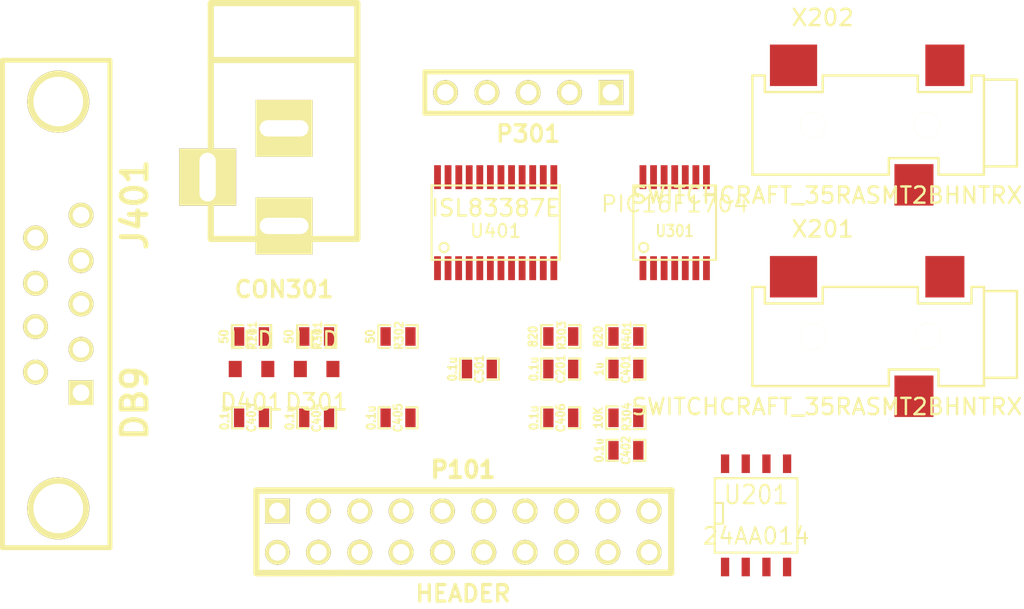
<source format=kicad_pcb>
(kicad_pcb (version 3) (host pcbnew "(2013-07-07 BZR 4022)-stable")

  (general
    (links 66)
    (no_connects 66)
    (area 0 0 0 0)
    (thickness 1.6)
    (drawings 0)
    (tracks 0)
    (zones 0)
    (modules 25)
    (nets 36)
  )

  (page A3)
  (layers
    (15 F.Cu signal)
    (0 B.Cu signal)
    (16 B.Adhes user)
    (17 F.Adhes user)
    (18 B.Paste user)
    (19 F.Paste user)
    (20 B.SilkS user)
    (21 F.SilkS user)
    (22 B.Mask user)
    (23 F.Mask user)
    (24 Dwgs.User user)
    (25 Cmts.User user)
    (26 Eco1.User user)
    (27 Eco2.User user)
    (28 Edge.Cuts user)
  )

  (setup
    (last_trace_width 0.254)
    (trace_clearance 0.254)
    (zone_clearance 0.508)
    (zone_45_only no)
    (trace_min 0.254)
    (segment_width 0.2)
    (edge_width 0.1)
    (via_size 0.889)
    (via_drill 0.635)
    (via_min_size 0.889)
    (via_min_drill 0.508)
    (uvia_size 0.508)
    (uvia_drill 0.127)
    (uvias_allowed no)
    (uvia_min_size 0.508)
    (uvia_min_drill 0.127)
    (pcb_text_width 0.3)
    (pcb_text_size 1.5 1.5)
    (mod_edge_width 0.15)
    (mod_text_size 1 1)
    (mod_text_width 0.15)
    (pad_size 1.5 1.5)
    (pad_drill 0.6)
    (pad_to_mask_clearance 0)
    (aux_axis_origin 0 0)
    (visible_elements FFFFFFBF)
    (pcbplotparams
      (layerselection 3178497)
      (usegerberextensions true)
      (excludeedgelayer true)
      (linewidth 0.150000)
      (plotframeref false)
      (viasonmask false)
      (mode 1)
      (useauxorigin false)
      (hpglpennumber 1)
      (hpglpenspeed 20)
      (hpglpendiameter 15)
      (hpglpenoverlay 2)
      (psnegative false)
      (psa4output false)
      (plotreference true)
      (plotvalue true)
      (plotothertext true)
      (plotinvisibletext false)
      (padsonsilk false)
      (subtractmaskfromsilk false)
      (outputformat 1)
      (mirror false)
      (drillshape 1)
      (scaleselection 1)
      (outputdirectory ""))
  )

  (net 0 "")
  (net 1 "/IR standalone/../_common/PIC-GPIO8.sch/GPIO0")
  (net 2 "/IR standalone/../_common/PIC-GPIO8.sch/GPIO1")
  (net 3 "/IR standalone/../_common/PIC-GPIO8.sch/GPIO3")
  (net 4 "/IR standalone/../_common/PIC-GPIO8.sch/GPIO4")
  (net 5 "/IR standalone/A0")
  (net 6 "/IR standalone/A1")
  (net 7 "/IR standalone/A2")
  (net 8 "/IR standalone/GND")
  (net 9 "/IR standalone/GND_ISO")
  (net 10 "/IR standalone/RS232 adapter block/A_CTS")
  (net 11 "/IR standalone/RS232 adapter block/A_DSR")
  (net 12 "/IR standalone/RS232 adapter block/A_DTR")
  (net 13 "/IR standalone/RS232 adapter block/A_RTS")
  (net 14 "/IR standalone/RS232 adapter block/A_RX")
  (net 15 "/IR standalone/RS232 adapter block/A_TX")
  (net 16 "/IR standalone/RX_ISO")
  (net 17 "/IR standalone/SCL")
  (net 18 "/IR standalone/SDA")
  (net 19 "/IR standalone/TX_ISO")
  (net 20 "/IR standalone/VCC_3V3")
  (net 21 "/IR standalone/VCC_5V_ISO")
  (net 22 N-0000033)
  (net 23 N-0000034)
  (net 24 N-0000035)
  (net 25 N-0000036)
  (net 26 N-0000037)
  (net 27 N-0000038)
  (net 28 N-0000039)
  (net 29 N-0000040)
  (net 30 N-0000041)
  (net 31 N-0000042)
  (net 32 N-0000045)
  (net 33 N-0000046)
  (net 34 N-0000047)
  (net 35 N-0000055)

  (net_class Default "This is the default net class."
    (clearance 0.254)
    (trace_width 0.254)
    (via_dia 0.889)
    (via_drill 0.635)
    (uvia_dia 0.508)
    (uvia_drill 0.127)
    (add_net "")
    (add_net "/IR standalone/../_common/PIC-GPIO8.sch/GPIO0")
    (add_net "/IR standalone/../_common/PIC-GPIO8.sch/GPIO1")
    (add_net "/IR standalone/../_common/PIC-GPIO8.sch/GPIO3")
    (add_net "/IR standalone/../_common/PIC-GPIO8.sch/GPIO4")
    (add_net "/IR standalone/A0")
    (add_net "/IR standalone/A1")
    (add_net "/IR standalone/A2")
    (add_net "/IR standalone/GND")
    (add_net "/IR standalone/GND_ISO")
    (add_net "/IR standalone/RS232 adapter block/A_CTS")
    (add_net "/IR standalone/RS232 adapter block/A_DSR")
    (add_net "/IR standalone/RS232 adapter block/A_DTR")
    (add_net "/IR standalone/RS232 adapter block/A_RTS")
    (add_net "/IR standalone/RS232 adapter block/A_RX")
    (add_net "/IR standalone/RS232 adapter block/A_TX")
    (add_net "/IR standalone/RX_ISO")
    (add_net "/IR standalone/SCL")
    (add_net "/IR standalone/SDA")
    (add_net "/IR standalone/TX_ISO")
    (add_net "/IR standalone/VCC_3V3")
    (add_net "/IR standalone/VCC_5V_ISO")
    (add_net N-0000033)
    (add_net N-0000034)
    (add_net N-0000035)
    (add_net N-0000036)
    (add_net N-0000037)
    (add_net N-0000038)
    (add_net N-0000039)
    (add_net N-0000040)
    (add_net N-0000041)
    (add_net N-0000042)
    (add_net N-0000045)
    (add_net N-0000046)
    (add_net N-0000047)
    (add_net N-0000055)
  )

  (module Vishay_SMD_MiniLED (layer F.Cu) (tedit 53B4DF2C) (tstamp 53B7A198)
    (at 192 169)
    (path /53AB69CE/53B2633B/53B1042C)
    (fp_text reference D401 (at 0 2.032) (layer F.SilkS)
      (effects (font (size 1 1) (thickness 0.15)))
    )
    (fp_text value LED (at 0 -1.778) (layer F.SilkS)
      (effects (font (size 1 1) (thickness 0.15)))
    )
    (pad 1 smd rect (at -1 0) (size 0.8 1)
      (layers F.Cu F.Paste F.Mask)
      (net 28 N-0000039)
    )
    (pad 2 smd rect (at 1 0) (size 0.8 1)
      (layers F.Cu F.Paste F.Mask)
      (net 9 "/IR standalone/GND_ISO")
    )
  )

  (module Vishay_SMD_MiniLED (layer F.Cu) (tedit 53B4DF2C) (tstamp 53B7A19E)
    (at 196 169)
    (path /53AB69CE/53AC80BA/53AC8203)
    (fp_text reference D301 (at 0 2.032) (layer F.SilkS)
      (effects (font (size 1 1) (thickness 0.15)))
    )
    (fp_text value LED (at 0 -1.778) (layer F.SilkS)
      (effects (font (size 1 1) (thickness 0.15)))
    )
    (pad 1 smd rect (at -1 0) (size 0.8 1)
      (layers F.Cu F.Paste F.Mask)
      (net 27 N-0000038)
    )
    (pad 2 smd rect (at 1 0) (size 0.8 1)
      (layers F.Cu F.Paste F.Mask)
      (net 26 N-0000037)
    )
  )

  (module tssop-24 (layer F.Cu) (tedit 50BDFAA3) (tstamp 53B7A1BF)
    (at 207 160)
    (descr TSSOP-24)
    (path /53AB69CE/53B2633B/53B10425)
    (attr smd)
    (fp_text reference U401 (at 0 0.508) (layer F.SilkS)
      (effects (font (size 0.8001 0.8001) (thickness 0.11938)))
    )
    (fp_text value ISL83387E (at 0 -0.89916) (layer F.SilkS)
      (effects (font (size 1.00076 1.00076) (thickness 0.14986)))
    )
    (fp_line (start 3.937 -2.286) (end -3.937 -2.286) (layer F.SilkS) (width 0.127))
    (fp_line (start -3.937 -2.286) (end -3.937 2.286) (layer F.SilkS) (width 0.127))
    (fp_line (start -3.937 2.286) (end 3.937 2.286) (layer F.SilkS) (width 0.127))
    (fp_line (start 3.937 2.286) (end 3.937 -2.286) (layer F.SilkS) (width 0.127))
    (fp_circle (center -3.175 1.524) (end -3.302 1.778) (layer F.SilkS) (width 0.127))
    (pad 6 smd rect (at -0.32512 2.79908) (size 0.4191 1.47066)
      (layers F.Cu F.Paste F.Mask)
      (net 31 N-0000042)
    )
    (pad 7 smd rect (at 0.32512 2.79908) (size 0.4191 1.47066)
      (layers F.Cu F.Paste F.Mask)
      (net 16 "/IR standalone/RX_ISO")
    )
    (pad 8 smd rect (at 0.97536 2.79908) (size 0.4191 1.47066)
      (layers F.Cu F.Paste F.Mask)
    )
    (pad 9 smd rect (at 1.6256 2.79908) (size 0.4191 1.47066)
      (layers F.Cu F.Paste F.Mask)
      (net 29 N-0000040)
    )
    (pad 22 smd rect (at -2.26568 -2.794) (size 0.4191 1.47066)
      (layers F.Cu F.Paste F.Mask)
      (net 9 "/IR standalone/GND_ISO")
    )
    (pad 3 smd rect (at -2.27584 2.79908) (size 0.4191 1.47066)
      (layers F.Cu F.Paste F.Mask)
      (net 33 N-0000046)
    )
    (pad 4 smd rect (at -1.6256 2.79908) (size 0.4191 1.47066)
      (layers F.Cu F.Paste F.Mask)
      (net 34 N-0000047)
    )
    (pad 5 smd rect (at -0.97536 2.79908) (size 0.4191 1.47066)
      (layers F.Cu F.Paste F.Mask)
      (net 30 N-0000041)
    )
    (pad 15 smd rect (at 2.27584 -2.79908) (size 0.4191 1.47066)
      (layers F.Cu F.Paste F.Mask)
      (net 21 "/IR standalone/VCC_5V_ISO")
    )
    (pad 16 smd rect (at 1.6256 -2.79908) (size 0.4191 1.47066)
      (layers F.Cu F.Paste F.Mask)
      (net 12 "/IR standalone/RS232 adapter block/A_DTR")
    )
    (pad 17 smd rect (at 0.97536 -2.79908) (size 0.4191 1.47066)
      (layers F.Cu F.Paste F.Mask)
      (net 13 "/IR standalone/RS232 adapter block/A_RTS")
    )
    (pad 18 smd rect (at 0.32512 -2.79908) (size 0.4191 1.47066)
      (layers F.Cu F.Paste F.Mask)
      (net 15 "/IR standalone/RS232 adapter block/A_TX")
    )
    (pad 19 smd rect (at -0.32512 -2.79908) (size 0.4191 1.47066)
      (layers F.Cu F.Paste F.Mask)
      (net 11 "/IR standalone/RS232 adapter block/A_DSR")
    )
    (pad 20 smd rect (at -0.97536 -2.79908) (size 0.4191 1.47066)
      (layers F.Cu F.Paste F.Mask)
      (net 10 "/IR standalone/RS232 adapter block/A_CTS")
    )
    (pad 10 smd rect (at 2.27584 2.79908) (size 0.4191 1.47066)
      (layers F.Cu F.Paste F.Mask)
    )
    (pad 21 smd rect (at -1.6256 -2.794) (size 0.4191 1.47066)
      (layers F.Cu F.Paste F.Mask)
      (net 14 "/IR standalone/RS232 adapter block/A_RX")
    )
    (pad 2 smd rect (at -2.92608 2.79908) (size 0.4191 1.47066)
      (layers F.Cu F.Paste F.Mask)
      (net 35 N-0000055)
    )
    (pad 11 smd rect (at 2.92608 2.79908) (size 0.4191 1.47066)
      (layers F.Cu F.Paste F.Mask)
      (net 9 "/IR standalone/GND_ISO")
    )
    (pad 14 smd rect (at 2.92608 -2.79908) (size 0.4191 1.47066)
      (layers F.Cu F.Paste F.Mask)
      (net 19 "/IR standalone/TX_ISO")
    )
    (pad 23 smd rect (at -2.92608 -2.79908) (size 0.4191 1.47066)
      (layers F.Cu F.Paste F.Mask)
      (net 21 "/IR standalone/VCC_5V_ISO")
    )
    (pad 1 smd rect (at -3.57378 2.79908) (size 0.4191 1.47066)
      (layers F.Cu F.Paste F.Mask)
      (net 32 N-0000045)
    )
    (pad 12 smd rect (at 3.57378 2.79908) (size 0.4191 1.47066)
      (layers F.Cu F.Paste F.Mask)
    )
    (pad 13 smd rect (at 3.57378 -2.79908) (size 0.4191 1.47066)
      (layers F.Cu F.Paste F.Mask)
    )
    (pad 24 smd rect (at -3.57378 -2.79908) (size 0.4191 1.47066)
      (layers F.Cu F.Paste F.Mask)
      (net 21 "/IR standalone/VCC_5V_ISO")
    )
    (model smd/smd_dil/tssop-24.wrl
      (at (xyz 0 0 0))
      (scale (xyz 1 1 1))
      (rotate (xyz 0 0 0))
    )
  )

  (module tssop-14 (layer F.Cu) (tedit 50BDFA14) (tstamp 53B7A1D6)
    (at 218 160)
    (descr TSSOP-14)
    (path /53AB69CE/53AC80BA/53B2DDFC)
    (attr smd)
    (fp_text reference U301 (at 0 0.508) (layer F.SilkS)
      (effects (font (size 0.70104 0.59944) (thickness 0.11938)))
    )
    (fp_text value PIC16F1704 (at 0 -1.143) (layer F.SilkS)
      (effects (font (size 1.00076 1.00076) (thickness 0.11938)))
    )
    (fp_circle (center -1.905 1.524) (end -2.032 1.778) (layer F.SilkS) (width 0.127))
    (fp_line (start 2.54 -2.286) (end -2.54 -2.286) (layer F.SilkS) (width 0.127))
    (fp_line (start -2.54 -2.286) (end -2.54 2.286) (layer F.SilkS) (width 0.127))
    (fp_line (start -2.54 2.286) (end 2.54 2.286) (layer F.SilkS) (width 0.127))
    (fp_line (start 2.54 2.286) (end 2.54 -2.286) (layer F.SilkS) (width 0.127))
    (pad 4 smd rect (at 0 2.79908) (size 0.4191 1.47066)
      (layers F.Cu F.Paste F.Mask)
      (net 23 N-0000034)
    )
    (pad 5 smd rect (at 0.65024 2.79908) (size 0.4191 1.47066)
      (layers F.Cu F.Paste F.Mask)
      (net 27 N-0000038)
    )
    (pad 6 smd rect (at 1.30048 2.79908) (size 0.4191 1.47066)
      (layers F.Cu F.Paste F.Mask)
    )
    (pad 7 smd rect (at 1.95072 2.79908) (size 0.4191 1.47066)
      (layers F.Cu F.Paste F.Mask)
    )
    (pad 8 smd rect (at 1.95072 -2.79908) (size 0.4191 1.47066)
      (layers F.Cu F.Paste F.Mask)
    )
    (pad 1 smd rect (at -1.95072 2.79908) (size 0.4191 1.47066)
      (layers F.Cu F.Paste F.Mask)
      (net 21 "/IR standalone/VCC_5V_ISO")
    )
    (pad 2 smd rect (at -1.30048 2.79908) (size 0.4191 1.47066)
      (layers F.Cu F.Paste F.Mask)
      (net 4 "/IR standalone/../_common/PIC-GPIO8.sch/GPIO4")
    )
    (pad 3 smd rect (at -0.65024 2.79908) (size 0.4191 1.47066)
      (layers F.Cu F.Paste F.Mask)
      (net 3 "/IR standalone/../_common/PIC-GPIO8.sch/GPIO3")
    )
    (pad 9 smd rect (at 1.30048 -2.79908) (size 0.4191 1.47066)
      (layers F.Cu F.Paste F.Mask)
      (net 24 N-0000035)
    )
    (pad 10 smd rect (at 0.65024 -2.79908) (size 0.4191 1.47066)
      (layers F.Cu F.Paste F.Mask)
      (net 25 N-0000036)
    )
    (pad 11 smd rect (at 0 -2.79908) (size 0.4191 1.47066)
      (layers F.Cu F.Paste F.Mask)
    )
    (pad 12 smd rect (at -0.65024 -2.79908) (size 0.4191 1.47066)
      (layers F.Cu F.Paste F.Mask)
      (net 2 "/IR standalone/../_common/PIC-GPIO8.sch/GPIO1")
    )
    (pad 13 smd rect (at -1.30048 -2.79908) (size 0.4191 1.47066)
      (layers F.Cu F.Paste F.Mask)
      (net 1 "/IR standalone/../_common/PIC-GPIO8.sch/GPIO0")
    )
    (pad 14 smd rect (at -1.95072 -2.79908) (size 0.4191 1.47066)
      (layers F.Cu F.Paste F.Mask)
      (net 9 "/IR standalone/GND_ISO")
    )
    (model smd/smd_dil/tssop-14.wrl
      (at (xyz 0 0 0))
      (scale (xyz 1 1 1))
      (rotate (xyz 0 0 0))
    )
  )

  (module "Switchcraft 35RASMT2BHNTRX" (layer F.Cu) (tedit 53B79D9D) (tstamp 53B7A1F4)
    (at 237 167 180)
    (path /53AB69CE/53B7A15D)
    (fp_text reference X201 (at 9.906 6.604 180) (layer F.SilkS)
      (effects (font (size 1 1) (thickness 0.15)))
    )
    (fp_text value SWITCHCRAFT_35RASMT2BHNTRX (at 9.652 -4.318 180) (layer F.SilkS)
      (effects (font (size 1 1) (thickness 0.15)))
    )
    (fp_line (start 0 -2.54) (end -2.032 -2.54) (layer F.SilkS) (width 0.15))
    (fp_line (start -2.032 -2.54) (end -2.032 2.794) (layer F.SilkS) (width 0.15))
    (fp_line (start -2.032 2.794) (end 0 2.794) (layer F.SilkS) (width 0.15))
    (fp_line (start 14.224 -3.048) (end 5.842 -3.048) (layer F.SilkS) (width 0.15))
    (fp_line (start 5.842 -3.048) (end 5.842 -2.032) (layer F.SilkS) (width 0.15))
    (fp_line (start 5.842 -2.032) (end 2.794 -2.032) (layer F.SilkS) (width 0.15))
    (fp_line (start 2.794 -2.032) (end 2.794 -3.048) (layer F.SilkS) (width 0.15))
    (fp_line (start 2.794 -3.048) (end 0 -3.048) (layer F.SilkS) (width 0.15))
    (fp_line (start 0 -3.048) (end 0 3.048) (layer F.SilkS) (width 0.15))
    (fp_line (start 0 3.048) (end 0.762 3.048) (layer F.SilkS) (width 0.15))
    (fp_line (start 0.762 3.048) (end 0.762 2.286) (layer F.SilkS) (width 0.15))
    (fp_line (start 0.762 2.286) (end 0.762 2.032) (layer F.SilkS) (width 0.15))
    (fp_line (start 0.762 2.032) (end 4.064 2.032) (layer F.SilkS) (width 0.15))
    (fp_line (start 4.064 2.032) (end 4.064 3.048) (layer F.SilkS) (width 0.15))
    (fp_line (start 4.064 3.048) (end 9.906 3.048) (layer F.SilkS) (width 0.15))
    (fp_line (start 9.906 3.048) (end 9.906 2.032) (layer F.SilkS) (width 0.15))
    (fp_line (start 9.906 2.032) (end 13.462 2.032) (layer F.SilkS) (width 0.15))
    (fp_line (start 13.462 2.032) (end 13.462 3.048) (layer F.SilkS) (width 0.15))
    (fp_line (start 13.462 3.048) (end 14.224 3.048) (layer F.SilkS) (width 0.15))
    (fp_line (start 14.224 3.048) (end 14.224 2.794) (layer F.SilkS) (width 0.15))
    (fp_line (start 14.224 -3.048) (end 14.224 2.794) (layer F.SilkS) (width 0.15))
    (pad 5 smd rect (at 2.4 3.675 180) (size 2.4 2.55)
      (layers F.Cu F.Paste F.Mask)
      (net 9 "/IR standalone/GND_ISO")
    )
    (pad 1 smd rect (at 4.3 -3.675 180) (size 2.4 2.55)
      (layers F.Cu F.Paste F.Mask)
      (net 3 "/IR standalone/../_common/PIC-GPIO8.sch/GPIO3")
    )
    (pad "" np_thru_hole circle (at 3.5 0 180) (size 1.6 1.6) (drill 1.6)
      (layers *.Cu *.Mask F.SilkS)
    )
    (pad "" np_thru_hole circle (at 10.5 0 180) (size 1.6 1.6) (drill 1.6)
      (layers *.Cu *.Mask F.SilkS)
    )
    (pad 4 smd rect (at 11.7 3.675 180) (size 2.9 2.55)
      (layers F.Cu F.Paste F.Mask)
      (net 21 "/IR standalone/VCC_5V_ISO")
    )
  )

  (module "Switchcraft 35RASMT2BHNTRX" (layer F.Cu) (tedit 53B79D9D) (tstamp 53B7A212)
    (at 237 154 180)
    (path /53AB69CE/53B7A5CA)
    (fp_text reference X202 (at 9.906 6.604 180) (layer F.SilkS)
      (effects (font (size 1 1) (thickness 0.15)))
    )
    (fp_text value SWITCHCRAFT_35RASMT2BHNTRX (at 9.652 -4.318 180) (layer F.SilkS)
      (effects (font (size 1 1) (thickness 0.15)))
    )
    (fp_line (start 0 -2.54) (end -2.032 -2.54) (layer F.SilkS) (width 0.15))
    (fp_line (start -2.032 -2.54) (end -2.032 2.794) (layer F.SilkS) (width 0.15))
    (fp_line (start -2.032 2.794) (end 0 2.794) (layer F.SilkS) (width 0.15))
    (fp_line (start 14.224 -3.048) (end 5.842 -3.048) (layer F.SilkS) (width 0.15))
    (fp_line (start 5.842 -3.048) (end 5.842 -2.032) (layer F.SilkS) (width 0.15))
    (fp_line (start 5.842 -2.032) (end 2.794 -2.032) (layer F.SilkS) (width 0.15))
    (fp_line (start 2.794 -2.032) (end 2.794 -3.048) (layer F.SilkS) (width 0.15))
    (fp_line (start 2.794 -3.048) (end 0 -3.048) (layer F.SilkS) (width 0.15))
    (fp_line (start 0 -3.048) (end 0 3.048) (layer F.SilkS) (width 0.15))
    (fp_line (start 0 3.048) (end 0.762 3.048) (layer F.SilkS) (width 0.15))
    (fp_line (start 0.762 3.048) (end 0.762 2.286) (layer F.SilkS) (width 0.15))
    (fp_line (start 0.762 2.286) (end 0.762 2.032) (layer F.SilkS) (width 0.15))
    (fp_line (start 0.762 2.032) (end 4.064 2.032) (layer F.SilkS) (width 0.15))
    (fp_line (start 4.064 2.032) (end 4.064 3.048) (layer F.SilkS) (width 0.15))
    (fp_line (start 4.064 3.048) (end 9.906 3.048) (layer F.SilkS) (width 0.15))
    (fp_line (start 9.906 3.048) (end 9.906 2.032) (layer F.SilkS) (width 0.15))
    (fp_line (start 9.906 2.032) (end 13.462 2.032) (layer F.SilkS) (width 0.15))
    (fp_line (start 13.462 2.032) (end 13.462 3.048) (layer F.SilkS) (width 0.15))
    (fp_line (start 13.462 3.048) (end 14.224 3.048) (layer F.SilkS) (width 0.15))
    (fp_line (start 14.224 3.048) (end 14.224 2.794) (layer F.SilkS) (width 0.15))
    (fp_line (start 14.224 -3.048) (end 14.224 2.794) (layer F.SilkS) (width 0.15))
    (pad 5 smd rect (at 2.4 3.675 180) (size 2.4 2.55)
      (layers F.Cu F.Paste F.Mask)
      (net 9 "/IR standalone/GND_ISO")
    )
    (pad 1 smd rect (at 4.3 -3.675 180) (size 2.4 2.55)
      (layers F.Cu F.Paste F.Mask)
      (net 4 "/IR standalone/../_common/PIC-GPIO8.sch/GPIO4")
    )
    (pad "" np_thru_hole circle (at 3.5 0 180) (size 1.6 1.6) (drill 1.6)
      (layers *.Cu *.Mask F.SilkS)
    )
    (pad "" np_thru_hole circle (at 10.5 0 180) (size 1.6 1.6) (drill 1.6)
      (layers *.Cu *.Mask F.SilkS)
    )
    (pad 4 smd rect (at 11.7 3.675 180) (size 2.9 2.55)
      (layers F.Cu F.Paste F.Mask)
    )
  )

  (module SO8N (layer F.Cu) (tedit 45127296) (tstamp 53B7A225)
    (at 223 178)
    (descr "Module CMS SOJ 8 pins large")
    (tags "CMS SOJ")
    (path /53AB69CE/53ABBAB7)
    (attr smd)
    (fp_text reference U201 (at 0 -1.27) (layer F.SilkS)
      (effects (font (size 1.143 1.016) (thickness 0.127)))
    )
    (fp_text value 24AA014 (at 0 1.27) (layer F.SilkS)
      (effects (font (size 1.016 1.016) (thickness 0.127)))
    )
    (fp_line (start -2.54 -2.286) (end 2.54 -2.286) (layer F.SilkS) (width 0.127))
    (fp_line (start 2.54 -2.286) (end 2.54 2.286) (layer F.SilkS) (width 0.127))
    (fp_line (start 2.54 2.286) (end -2.54 2.286) (layer F.SilkS) (width 0.127))
    (fp_line (start -2.54 2.286) (end -2.54 -2.286) (layer F.SilkS) (width 0.127))
    (fp_line (start -2.54 -0.762) (end -2.032 -0.762) (layer F.SilkS) (width 0.127))
    (fp_line (start -2.032 -0.762) (end -2.032 0.508) (layer F.SilkS) (width 0.127))
    (fp_line (start -2.032 0.508) (end -2.54 0.508) (layer F.SilkS) (width 0.127))
    (pad 8 smd rect (at -1.905 -3.175) (size 0.508 1.143)
      (layers F.Cu F.Paste F.Mask)
      (net 22 N-0000033)
    )
    (pad 7 smd rect (at -0.635 -3.175) (size 0.508 1.143)
      (layers F.Cu F.Paste F.Mask)
      (net 8 "/IR standalone/GND")
    )
    (pad 6 smd rect (at 0.635 -3.175) (size 0.508 1.143)
      (layers F.Cu F.Paste F.Mask)
      (net 17 "/IR standalone/SCL")
    )
    (pad 5 smd rect (at 1.905 -3.175) (size 0.508 1.143)
      (layers F.Cu F.Paste F.Mask)
      (net 18 "/IR standalone/SDA")
    )
    (pad 4 smd rect (at 1.905 3.175) (size 0.508 1.143)
      (layers F.Cu F.Paste F.Mask)
      (net 8 "/IR standalone/GND")
    )
    (pad 3 smd rect (at 0.635 3.175) (size 0.508 1.143)
      (layers F.Cu F.Paste F.Mask)
      (net 7 "/IR standalone/A2")
    )
    (pad 2 smd rect (at -0.635 3.175) (size 0.508 1.143)
      (layers F.Cu F.Paste F.Mask)
      (net 6 "/IR standalone/A1")
    )
    (pad 1 smd rect (at -1.905 3.175) (size 0.508 1.143)
      (layers F.Cu F.Paste F.Mask)
      (net 5 "/IR standalone/A0")
    )
    (model smd/cms_so8.wrl
      (at (xyz 0 0 0))
      (scale (xyz 0.5 0.38 0.5))
      (rotate (xyz 0 0 0))
    )
  )

  (module SM0603_Resistor (layer F.Cu) (tedit 5051B21B) (tstamp 53B7A231)
    (at 215 172)
    (path /53AB69CE/53AC80BA/53B30D58)
    (attr smd)
    (fp_text reference R304 (at 0.0635 -0.0635 90) (layer F.SilkS)
      (effects (font (size 0.50038 0.4572) (thickness 0.1143)))
    )
    (fp_text value 10K (at -1.69926 0 90) (layer F.SilkS)
      (effects (font (size 0.508 0.4572) (thickness 0.1143)))
    )
    (fp_line (start -0.50038 -0.6985) (end -1.2065 -0.6985) (layer F.SilkS) (width 0.127))
    (fp_line (start -1.2065 -0.6985) (end -1.2065 0.6985) (layer F.SilkS) (width 0.127))
    (fp_line (start -1.2065 0.6985) (end -0.50038 0.6985) (layer F.SilkS) (width 0.127))
    (fp_line (start 1.2065 -0.6985) (end 0.50038 -0.6985) (layer F.SilkS) (width 0.127))
    (fp_line (start 1.2065 -0.6985) (end 1.2065 0.6985) (layer F.SilkS) (width 0.127))
    (fp_line (start 1.2065 0.6985) (end 0.50038 0.6985) (layer F.SilkS) (width 0.127))
    (pad 1 smd rect (at -0.762 0) (size 0.635 1.143)
      (layers F.Cu F.Paste F.Mask)
      (net 21 "/IR standalone/VCC_5V_ISO")
    )
    (pad 2 smd rect (at 0.762 0) (size 0.635 1.143)
      (layers F.Cu F.Paste F.Mask)
      (net 23 N-0000034)
    )
    (model smd\resistors\R0603.wrl
      (at (xyz 0 0 0.001))
      (scale (xyz 0.5 0.5 0.5))
      (rotate (xyz 0 0 0))
    )
  )

  (module SM0603_Resistor (layer F.Cu) (tedit 5051B21B) (tstamp 53B7A23D)
    (at 215 167)
    (path /53AB69CE/53B2633B/53B1042D)
    (attr smd)
    (fp_text reference R401 (at 0.0635 -0.0635 90) (layer F.SilkS)
      (effects (font (size 0.50038 0.4572) (thickness 0.1143)))
    )
    (fp_text value 820 (at -1.69926 0 90) (layer F.SilkS)
      (effects (font (size 0.508 0.4572) (thickness 0.1143)))
    )
    (fp_line (start -0.50038 -0.6985) (end -1.2065 -0.6985) (layer F.SilkS) (width 0.127))
    (fp_line (start -1.2065 -0.6985) (end -1.2065 0.6985) (layer F.SilkS) (width 0.127))
    (fp_line (start -1.2065 0.6985) (end -0.50038 0.6985) (layer F.SilkS) (width 0.127))
    (fp_line (start 1.2065 -0.6985) (end 0.50038 -0.6985) (layer F.SilkS) (width 0.127))
    (fp_line (start 1.2065 -0.6985) (end 1.2065 0.6985) (layer F.SilkS) (width 0.127))
    (fp_line (start 1.2065 0.6985) (end 0.50038 0.6985) (layer F.SilkS) (width 0.127))
    (pad 1 smd rect (at -0.762 0) (size 0.635 1.143)
      (layers F.Cu F.Paste F.Mask)
      (net 28 N-0000039)
    )
    (pad 2 smd rect (at 0.762 0) (size 0.635 1.143)
      (layers F.Cu F.Paste F.Mask)
      (net 29 N-0000040)
    )
    (model smd\resistors\R0603.wrl
      (at (xyz 0 0 0.001))
      (scale (xyz 0.5 0.5 0.5))
      (rotate (xyz 0 0 0))
    )
  )

  (module SM0603_Resistor (layer F.Cu) (tedit 5051B21B) (tstamp 53B7A249)
    (at 211 167)
    (path /53AB69CE/53AC80BA/53AC8226)
    (attr smd)
    (fp_text reference R303 (at 0.0635 -0.0635 90) (layer F.SilkS)
      (effects (font (size 0.50038 0.4572) (thickness 0.1143)))
    )
    (fp_text value 820 (at -1.69926 0 90) (layer F.SilkS)
      (effects (font (size 0.508 0.4572) (thickness 0.1143)))
    )
    (fp_line (start -0.50038 -0.6985) (end -1.2065 -0.6985) (layer F.SilkS) (width 0.127))
    (fp_line (start -1.2065 -0.6985) (end -1.2065 0.6985) (layer F.SilkS) (width 0.127))
    (fp_line (start -1.2065 0.6985) (end -0.50038 0.6985) (layer F.SilkS) (width 0.127))
    (fp_line (start 1.2065 -0.6985) (end 0.50038 -0.6985) (layer F.SilkS) (width 0.127))
    (fp_line (start 1.2065 -0.6985) (end 1.2065 0.6985) (layer F.SilkS) (width 0.127))
    (fp_line (start 1.2065 0.6985) (end 0.50038 0.6985) (layer F.SilkS) (width 0.127))
    (pad 1 smd rect (at -0.762 0) (size 0.635 1.143)
      (layers F.Cu F.Paste F.Mask)
      (net 26 N-0000037)
    )
    (pad 2 smd rect (at 0.762 0) (size 0.635 1.143)
      (layers F.Cu F.Paste F.Mask)
      (net 9 "/IR standalone/GND_ISO")
    )
    (model smd\resistors\R0603.wrl
      (at (xyz 0 0 0.001))
      (scale (xyz 0.5 0.5 0.5))
      (rotate (xyz 0 0 0))
    )
  )

  (module SM0603_Resistor (layer F.Cu) (tedit 5051B21B) (tstamp 53B7A255)
    (at 201 167)
    (path /53AB69CE/53AC80BA/53B308C2)
    (attr smd)
    (fp_text reference R302 (at 0.0635 -0.0635 90) (layer F.SilkS)
      (effects (font (size 0.50038 0.4572) (thickness 0.1143)))
    )
    (fp_text value 50 (at -1.69926 0 90) (layer F.SilkS)
      (effects (font (size 0.508 0.4572) (thickness 0.1143)))
    )
    (fp_line (start -0.50038 -0.6985) (end -1.2065 -0.6985) (layer F.SilkS) (width 0.127))
    (fp_line (start -1.2065 -0.6985) (end -1.2065 0.6985) (layer F.SilkS) (width 0.127))
    (fp_line (start -1.2065 0.6985) (end -0.50038 0.6985) (layer F.SilkS) (width 0.127))
    (fp_line (start 1.2065 -0.6985) (end 0.50038 -0.6985) (layer F.SilkS) (width 0.127))
    (fp_line (start 1.2065 -0.6985) (end 1.2065 0.6985) (layer F.SilkS) (width 0.127))
    (fp_line (start 1.2065 0.6985) (end 0.50038 0.6985) (layer F.SilkS) (width 0.127))
    (pad 1 smd rect (at -0.762 0) (size 0.635 1.143)
      (layers F.Cu F.Paste F.Mask)
      (net 24 N-0000035)
    )
    (pad 2 smd rect (at 0.762 0) (size 0.635 1.143)
      (layers F.Cu F.Paste F.Mask)
      (net 19 "/IR standalone/TX_ISO")
    )
    (model smd\resistors\R0603.wrl
      (at (xyz 0 0 0.001))
      (scale (xyz 0.5 0.5 0.5))
      (rotate (xyz 0 0 0))
    )
  )

  (module SM0603_Resistor (layer F.Cu) (tedit 5051B21B) (tstamp 53B7A261)
    (at 196 167)
    (path /53AB69CE/53AC80BA/53B30893)
    (attr smd)
    (fp_text reference R301 (at 0.0635 -0.0635 90) (layer F.SilkS)
      (effects (font (size 0.50038 0.4572) (thickness 0.1143)))
    )
    (fp_text value 50 (at -1.69926 0 90) (layer F.SilkS)
      (effects (font (size 0.508 0.4572) (thickness 0.1143)))
    )
    (fp_line (start -0.50038 -0.6985) (end -1.2065 -0.6985) (layer F.SilkS) (width 0.127))
    (fp_line (start -1.2065 -0.6985) (end -1.2065 0.6985) (layer F.SilkS) (width 0.127))
    (fp_line (start -1.2065 0.6985) (end -0.50038 0.6985) (layer F.SilkS) (width 0.127))
    (fp_line (start 1.2065 -0.6985) (end 0.50038 -0.6985) (layer F.SilkS) (width 0.127))
    (fp_line (start 1.2065 -0.6985) (end 1.2065 0.6985) (layer F.SilkS) (width 0.127))
    (fp_line (start 1.2065 0.6985) (end 0.50038 0.6985) (layer F.SilkS) (width 0.127))
    (pad 1 smd rect (at -0.762 0) (size 0.635 1.143)
      (layers F.Cu F.Paste F.Mask)
      (net 25 N-0000036)
    )
    (pad 2 smd rect (at 0.762 0) (size 0.635 1.143)
      (layers F.Cu F.Paste F.Mask)
      (net 16 "/IR standalone/RX_ISO")
    )
    (model smd\resistors\R0603.wrl
      (at (xyz 0 0 0.001))
      (scale (xyz 0.5 0.5 0.5))
      (rotate (xyz 0 0 0))
    )
  )

  (module SM0603_Resistor (layer F.Cu) (tedit 5051B21B) (tstamp 53B7A26D)
    (at 192 167)
    (path /53AB69CE/53ABAC25)
    (attr smd)
    (fp_text reference R201 (at 0.0635 -0.0635 90) (layer F.SilkS)
      (effects (font (size 0.50038 0.4572) (thickness 0.1143)))
    )
    (fp_text value 50 (at -1.69926 0 90) (layer F.SilkS)
      (effects (font (size 0.508 0.4572) (thickness 0.1143)))
    )
    (fp_line (start -0.50038 -0.6985) (end -1.2065 -0.6985) (layer F.SilkS) (width 0.127))
    (fp_line (start -1.2065 -0.6985) (end -1.2065 0.6985) (layer F.SilkS) (width 0.127))
    (fp_line (start -1.2065 0.6985) (end -0.50038 0.6985) (layer F.SilkS) (width 0.127))
    (fp_line (start 1.2065 -0.6985) (end 0.50038 -0.6985) (layer F.SilkS) (width 0.127))
    (fp_line (start 1.2065 -0.6985) (end 1.2065 0.6985) (layer F.SilkS) (width 0.127))
    (fp_line (start 1.2065 0.6985) (end 0.50038 0.6985) (layer F.SilkS) (width 0.127))
    (pad 1 smd rect (at -0.762 0) (size 0.635 1.143)
      (layers F.Cu F.Paste F.Mask)
      (net 20 "/IR standalone/VCC_3V3")
    )
    (pad 2 smd rect (at 0.762 0) (size 0.635 1.143)
      (layers F.Cu F.Paste F.Mask)
      (net 22 N-0000033)
    )
    (model smd\resistors\R0603.wrl
      (at (xyz 0 0 0.001))
      (scale (xyz 0.5 0.5 0.5))
      (rotate (xyz 0 0 0))
    )
  )

  (module SM0603_Capa (layer F.Cu) (tedit 5051B1EC) (tstamp 53B7A279)
    (at 206 169)
    (path /53AB69CE/53AC80BA/53B307C0)
    (attr smd)
    (fp_text reference C301 (at 0 0 90) (layer F.SilkS)
      (effects (font (size 0.508 0.4572) (thickness 0.1143)))
    )
    (fp_text value 0.1u (at -1.651 0 90) (layer F.SilkS)
      (effects (font (size 0.508 0.4572) (thickness 0.1143)))
    )
    (fp_line (start 0.50038 0.65024) (end 1.19888 0.65024) (layer F.SilkS) (width 0.11938))
    (fp_line (start -0.50038 0.65024) (end -1.19888 0.65024) (layer F.SilkS) (width 0.11938))
    (fp_line (start 0.50038 -0.65024) (end 1.19888 -0.65024) (layer F.SilkS) (width 0.11938))
    (fp_line (start -1.19888 -0.65024) (end -0.50038 -0.65024) (layer F.SilkS) (width 0.11938))
    (fp_line (start 1.19888 -0.635) (end 1.19888 0.635) (layer F.SilkS) (width 0.11938))
    (fp_line (start -1.19888 0.635) (end -1.19888 -0.635) (layer F.SilkS) (width 0.11938))
    (pad 1 smd rect (at -0.762 0) (size 0.635 1.143)
      (layers F.Cu F.Paste F.Mask)
      (net 21 "/IR standalone/VCC_5V_ISO")
    )
    (pad 2 smd rect (at 0.762 0) (size 0.635 1.143)
      (layers F.Cu F.Paste F.Mask)
      (net 9 "/IR standalone/GND_ISO")
    )
    (model smd\capacitors\C0603.wrl
      (at (xyz 0 0 0.001))
      (scale (xyz 0.5 0.5 0.5))
      (rotate (xyz 0 0 0))
    )
  )

  (module SM0603_Capa (layer F.Cu) (tedit 5051B1EC) (tstamp 53B7A285)
    (at 211 169)
    (path /53AB69CE/53B516EA)
    (attr smd)
    (fp_text reference C201 (at 0 0 90) (layer F.SilkS)
      (effects (font (size 0.508 0.4572) (thickness 0.1143)))
    )
    (fp_text value 0.1u (at -1.651 0 90) (layer F.SilkS)
      (effects (font (size 0.508 0.4572) (thickness 0.1143)))
    )
    (fp_line (start 0.50038 0.65024) (end 1.19888 0.65024) (layer F.SilkS) (width 0.11938))
    (fp_line (start -0.50038 0.65024) (end -1.19888 0.65024) (layer F.SilkS) (width 0.11938))
    (fp_line (start 0.50038 -0.65024) (end 1.19888 -0.65024) (layer F.SilkS) (width 0.11938))
    (fp_line (start -1.19888 -0.65024) (end -0.50038 -0.65024) (layer F.SilkS) (width 0.11938))
    (fp_line (start 1.19888 -0.635) (end 1.19888 0.635) (layer F.SilkS) (width 0.11938))
    (fp_line (start -1.19888 0.635) (end -1.19888 -0.635) (layer F.SilkS) (width 0.11938))
    (pad 1 smd rect (at -0.762 0) (size 0.635 1.143)
      (layers F.Cu F.Paste F.Mask)
      (net 8 "/IR standalone/GND")
    )
    (pad 2 smd rect (at 0.762 0) (size 0.635 1.143)
      (layers F.Cu F.Paste F.Mask)
      (net 22 N-0000033)
    )
    (model smd\capacitors\C0603.wrl
      (at (xyz 0 0 0.001))
      (scale (xyz 0.5 0.5 0.5))
      (rotate (xyz 0 0 0))
    )
  )

  (module SM0603_Capa (layer F.Cu) (tedit 5051B1EC) (tstamp 53B7A291)
    (at 215 169)
    (path /53AB69CE/53B2633B/53B10426)
    (attr smd)
    (fp_text reference C401 (at 0 0 90) (layer F.SilkS)
      (effects (font (size 0.508 0.4572) (thickness 0.1143)))
    )
    (fp_text value 1u (at -1.651 0 90) (layer F.SilkS)
      (effects (font (size 0.508 0.4572) (thickness 0.1143)))
    )
    (fp_line (start 0.50038 0.65024) (end 1.19888 0.65024) (layer F.SilkS) (width 0.11938))
    (fp_line (start -0.50038 0.65024) (end -1.19888 0.65024) (layer F.SilkS) (width 0.11938))
    (fp_line (start 0.50038 -0.65024) (end 1.19888 -0.65024) (layer F.SilkS) (width 0.11938))
    (fp_line (start -1.19888 -0.65024) (end -0.50038 -0.65024) (layer F.SilkS) (width 0.11938))
    (fp_line (start 1.19888 -0.635) (end 1.19888 0.635) (layer F.SilkS) (width 0.11938))
    (fp_line (start -1.19888 0.635) (end -1.19888 -0.635) (layer F.SilkS) (width 0.11938))
    (pad 1 smd rect (at -0.762 0) (size 0.635 1.143)
      (layers F.Cu F.Paste F.Mask)
      (net 21 "/IR standalone/VCC_5V_ISO")
    )
    (pad 2 smd rect (at 0.762 0) (size 0.635 1.143)
      (layers F.Cu F.Paste F.Mask)
      (net 9 "/IR standalone/GND_ISO")
    )
    (model smd\capacitors\C0603.wrl
      (at (xyz 0 0 0.001))
      (scale (xyz 0.5 0.5 0.5))
      (rotate (xyz 0 0 0))
    )
  )

  (module SM0603_Capa (layer F.Cu) (tedit 5051B1EC) (tstamp 53B7A29D)
    (at 215 174)
    (path /53AB69CE/53B2633B/53B10427)
    (attr smd)
    (fp_text reference C402 (at 0 0 90) (layer F.SilkS)
      (effects (font (size 0.508 0.4572) (thickness 0.1143)))
    )
    (fp_text value 0.1u (at -1.651 0 90) (layer F.SilkS)
      (effects (font (size 0.508 0.4572) (thickness 0.1143)))
    )
    (fp_line (start 0.50038 0.65024) (end 1.19888 0.65024) (layer F.SilkS) (width 0.11938))
    (fp_line (start -0.50038 0.65024) (end -1.19888 0.65024) (layer F.SilkS) (width 0.11938))
    (fp_line (start 0.50038 -0.65024) (end 1.19888 -0.65024) (layer F.SilkS) (width 0.11938))
    (fp_line (start -1.19888 -0.65024) (end -0.50038 -0.65024) (layer F.SilkS) (width 0.11938))
    (fp_line (start 1.19888 -0.635) (end 1.19888 0.635) (layer F.SilkS) (width 0.11938))
    (fp_line (start -1.19888 0.635) (end -1.19888 -0.635) (layer F.SilkS) (width 0.11938))
    (pad 1 smd rect (at -0.762 0) (size 0.635 1.143)
      (layers F.Cu F.Paste F.Mask)
      (net 21 "/IR standalone/VCC_5V_ISO")
    )
    (pad 2 smd rect (at 0.762 0) (size 0.635 1.143)
      (layers F.Cu F.Paste F.Mask)
      (net 9 "/IR standalone/GND_ISO")
    )
    (model smd\capacitors\C0603.wrl
      (at (xyz 0 0 0.001))
      (scale (xyz 0.5 0.5 0.5))
      (rotate (xyz 0 0 0))
    )
  )

  (module SM0603_Capa (layer F.Cu) (tedit 5051B1EC) (tstamp 53B7A2A9)
    (at 192 172)
    (path /53AB69CE/53B2633B/53B10428)
    (attr smd)
    (fp_text reference C403 (at 0 0 90) (layer F.SilkS)
      (effects (font (size 0.508 0.4572) (thickness 0.1143)))
    )
    (fp_text value 0.1u (at -1.651 0 90) (layer F.SilkS)
      (effects (font (size 0.508 0.4572) (thickness 0.1143)))
    )
    (fp_line (start 0.50038 0.65024) (end 1.19888 0.65024) (layer F.SilkS) (width 0.11938))
    (fp_line (start -0.50038 0.65024) (end -1.19888 0.65024) (layer F.SilkS) (width 0.11938))
    (fp_line (start 0.50038 -0.65024) (end 1.19888 -0.65024) (layer F.SilkS) (width 0.11938))
    (fp_line (start -1.19888 -0.65024) (end -0.50038 -0.65024) (layer F.SilkS) (width 0.11938))
    (fp_line (start 1.19888 -0.635) (end 1.19888 0.635) (layer F.SilkS) (width 0.11938))
    (fp_line (start -1.19888 0.635) (end -1.19888 -0.635) (layer F.SilkS) (width 0.11938))
    (pad 1 smd rect (at -0.762 0) (size 0.635 1.143)
      (layers F.Cu F.Paste F.Mask)
      (net 35 N-0000055)
    )
    (pad 2 smd rect (at 0.762 0) (size 0.635 1.143)
      (layers F.Cu F.Paste F.Mask)
      (net 9 "/IR standalone/GND_ISO")
    )
    (model smd\capacitors\C0603.wrl
      (at (xyz 0 0 0.001))
      (scale (xyz 0.5 0.5 0.5))
      (rotate (xyz 0 0 0))
    )
  )

  (module SM0603_Capa (layer F.Cu) (tedit 5051B1EC) (tstamp 53B7A2B5)
    (at 196 172)
    (path /53AB69CE/53B2633B/53B10429)
    (attr smd)
    (fp_text reference C404 (at 0 0 90) (layer F.SilkS)
      (effects (font (size 0.508 0.4572) (thickness 0.1143)))
    )
    (fp_text value 0.1u (at -1.651 0 90) (layer F.SilkS)
      (effects (font (size 0.508 0.4572) (thickness 0.1143)))
    )
    (fp_line (start 0.50038 0.65024) (end 1.19888 0.65024) (layer F.SilkS) (width 0.11938))
    (fp_line (start -0.50038 0.65024) (end -1.19888 0.65024) (layer F.SilkS) (width 0.11938))
    (fp_line (start 0.50038 -0.65024) (end 1.19888 -0.65024) (layer F.SilkS) (width 0.11938))
    (fp_line (start -1.19888 -0.65024) (end -0.50038 -0.65024) (layer F.SilkS) (width 0.11938))
    (fp_line (start 1.19888 -0.635) (end 1.19888 0.635) (layer F.SilkS) (width 0.11938))
    (fp_line (start -1.19888 0.635) (end -1.19888 -0.635) (layer F.SilkS) (width 0.11938))
    (pad 1 smd rect (at -0.762 0) (size 0.635 1.143)
      (layers F.Cu F.Paste F.Mask)
      (net 31 N-0000042)
    )
    (pad 2 smd rect (at 0.762 0) (size 0.635 1.143)
      (layers F.Cu F.Paste F.Mask)
      (net 9 "/IR standalone/GND_ISO")
    )
    (model smd\capacitors\C0603.wrl
      (at (xyz 0 0 0.001))
      (scale (xyz 0.5 0.5 0.5))
      (rotate (xyz 0 0 0))
    )
  )

  (module SM0603_Capa (layer F.Cu) (tedit 5051B1EC) (tstamp 53B7A2C1)
    (at 201 172)
    (path /53AB69CE/53B2633B/53B1042A)
    (attr smd)
    (fp_text reference C405 (at 0 0 90) (layer F.SilkS)
      (effects (font (size 0.508 0.4572) (thickness 0.1143)))
    )
    (fp_text value 0.1u (at -1.651 0 90) (layer F.SilkS)
      (effects (font (size 0.508 0.4572) (thickness 0.1143)))
    )
    (fp_line (start 0.50038 0.65024) (end 1.19888 0.65024) (layer F.SilkS) (width 0.11938))
    (fp_line (start -0.50038 0.65024) (end -1.19888 0.65024) (layer F.SilkS) (width 0.11938))
    (fp_line (start 0.50038 -0.65024) (end 1.19888 -0.65024) (layer F.SilkS) (width 0.11938))
    (fp_line (start -1.19888 -0.65024) (end -0.50038 -0.65024) (layer F.SilkS) (width 0.11938))
    (fp_line (start 1.19888 -0.635) (end 1.19888 0.635) (layer F.SilkS) (width 0.11938))
    (fp_line (start -1.19888 0.635) (end -1.19888 -0.635) (layer F.SilkS) (width 0.11938))
    (pad 1 smd rect (at -0.762 0) (size 0.635 1.143)
      (layers F.Cu F.Paste F.Mask)
      (net 32 N-0000045)
    )
    (pad 2 smd rect (at 0.762 0) (size 0.635 1.143)
      (layers F.Cu F.Paste F.Mask)
      (net 33 N-0000046)
    )
    (model smd\capacitors\C0603.wrl
      (at (xyz 0 0 0.001))
      (scale (xyz 0.5 0.5 0.5))
      (rotate (xyz 0 0 0))
    )
  )

  (module SM0603_Capa (layer F.Cu) (tedit 5051B1EC) (tstamp 53B7A2CD)
    (at 211 172)
    (path /53AB69CE/53B2633B/53B1042B)
    (attr smd)
    (fp_text reference C406 (at 0 0 90) (layer F.SilkS)
      (effects (font (size 0.508 0.4572) (thickness 0.1143)))
    )
    (fp_text value 0.1u (at -1.651 0 90) (layer F.SilkS)
      (effects (font (size 0.508 0.4572) (thickness 0.1143)))
    )
    (fp_line (start 0.50038 0.65024) (end 1.19888 0.65024) (layer F.SilkS) (width 0.11938))
    (fp_line (start -0.50038 0.65024) (end -1.19888 0.65024) (layer F.SilkS) (width 0.11938))
    (fp_line (start 0.50038 -0.65024) (end 1.19888 -0.65024) (layer F.SilkS) (width 0.11938))
    (fp_line (start -1.19888 -0.65024) (end -0.50038 -0.65024) (layer F.SilkS) (width 0.11938))
    (fp_line (start 1.19888 -0.635) (end 1.19888 0.635) (layer F.SilkS) (width 0.11938))
    (fp_line (start -1.19888 0.635) (end -1.19888 -0.635) (layer F.SilkS) (width 0.11938))
    (pad 1 smd rect (at -0.762 0) (size 0.635 1.143)
      (layers F.Cu F.Paste F.Mask)
      (net 34 N-0000047)
    )
    (pad 2 smd rect (at 0.762 0) (size 0.635 1.143)
      (layers F.Cu F.Paste F.Mask)
      (net 30 N-0000041)
    )
    (model smd\capacitors\C0603.wrl
      (at (xyz 0 0 0.001))
      (scale (xyz 0.5 0.5 0.5))
      (rotate (xyz 0 0 0))
    )
  )

  (module PIN_ARRAY_5x1 (layer F.Cu) (tedit 45976D86) (tstamp 53B7A2DA)
    (at 209 152 180)
    (descr "Double rangee de contacts 2 x 5 pins")
    (tags CONN)
    (path /53AB69CE/53AC80BA/53B30ADB)
    (fp_text reference P301 (at 0 -2.54 180) (layer F.SilkS)
      (effects (font (size 1.016 1.016) (thickness 0.2032)))
    )
    (fp_text value ICSP (at 0 2.54 180) (layer F.SilkS) hide
      (effects (font (size 1.016 1.016) (thickness 0.2032)))
    )
    (fp_line (start -6.35 -1.27) (end -6.35 1.27) (layer F.SilkS) (width 0.3048))
    (fp_line (start 6.35 1.27) (end 6.35 -1.27) (layer F.SilkS) (width 0.3048))
    (fp_line (start -6.35 -1.27) (end 6.35 -1.27) (layer F.SilkS) (width 0.3048))
    (fp_line (start 6.35 1.27) (end -6.35 1.27) (layer F.SilkS) (width 0.3048))
    (pad 1 thru_hole rect (at -5.08 0 180) (size 1.524 1.524) (drill 1.016)
      (layers *.Cu *.Mask F.SilkS)
      (net 23 N-0000034)
    )
    (pad 2 thru_hole circle (at -2.54 0 180) (size 1.524 1.524) (drill 1.016)
      (layers *.Cu *.Mask F.SilkS)
      (net 21 "/IR standalone/VCC_5V_ISO")
    )
    (pad 3 thru_hole circle (at 0 0 180) (size 1.524 1.524) (drill 1.016)
      (layers *.Cu *.Mask F.SilkS)
      (net 9 "/IR standalone/GND_ISO")
    )
    (pad 4 thru_hole circle (at 2.54 0 180) (size 1.524 1.524) (drill 1.016)
      (layers *.Cu *.Mask F.SilkS)
      (net 1 "/IR standalone/../_common/PIC-GPIO8.sch/GPIO0")
    )
    (pad 5 thru_hole circle (at 5.08 0 180) (size 1.524 1.524) (drill 1.016)
      (layers *.Cu *.Mask F.SilkS)
      (net 2 "/IR standalone/../_common/PIC-GPIO8.sch/GPIO1")
    )
    (model pin_array/pins_array_5x1.wrl
      (at (xyz 0 0 0))
      (scale (xyz 1 1 1))
      (rotate (xyz 0 0 0))
    )
  )

  (module pin_array_10x2 (layer F.Cu) (tedit 53B44F5B) (tstamp 53B7A2F6)
    (at 205 179)
    (descr "Double rangee de contacts 2 x 12 pins")
    (tags CONN)
    (path /53AB69C0)
    (fp_text reference P101 (at 0 -3.81) (layer F.SilkS)
      (effects (font (size 1.016 1.016) (thickness 0.254)))
    )
    (fp_text value HEADER (at 0 3.81) (layer F.SilkS)
      (effects (font (size 1.016 1.016) (thickness 0.2032)))
    )
    (fp_line (start -12.685 2.55) (end 12.79 2.525) (layer F.SilkS) (width 0.4))
    (fp_line (start -12.685 -2.525) (end 12.815 -2.525) (layer F.SilkS) (width 0.4))
    (fp_line (start -12.7 -2.54) (end -12.7 2.54) (layer F.SilkS) (width 0.381))
    (fp_line (start 12.78 2.54) (end 12.78 -2.54) (layer F.SilkS) (width 0.381))
    (pad 1 thru_hole rect (at -11.41 -1.275) (size 1.524 1.524) (drill 1.016)
      (layers *.Cu *.Mask F.SilkS)
    )
    (pad 20 thru_hole circle (at -11.41 1.275) (size 1.524 1.524) (drill 1.016)
      (layers *.Cu *.Mask F.SilkS)
    )
    (pad 19 thru_hole circle (at -8.89 1.27) (size 1.524 1.524) (drill 1.016)
      (layers *.Cu *.Mask F.SilkS)
    )
    (pad 2 thru_hole circle (at -8.89 -1.27) (size 1.524 1.524) (drill 1.016)
      (layers *.Cu *.Mask F.SilkS)
      (net 19 "/IR standalone/TX_ISO")
    )
    (pad 18 thru_hole circle (at -6.35 1.27) (size 1.524 1.524) (drill 1.016)
      (layers *.Cu *.Mask F.SilkS)
    )
    (pad 3 thru_hole circle (at -6.35 -1.27) (size 1.524 1.524) (drill 1.016)
      (layers *.Cu *.Mask F.SilkS)
      (net 16 "/IR standalone/RX_ISO")
    )
    (pad 17 thru_hole circle (at -3.81 1.27) (size 1.524 1.524) (drill 1.016)
      (layers *.Cu *.Mask F.SilkS)
    )
    (pad 4 thru_hole circle (at -3.81 -1.27) (size 1.524 1.524) (drill 1.016)
      (layers *.Cu *.Mask F.SilkS)
    )
    (pad 16 thru_hole circle (at -1.27 1.27) (size 1.524 1.524) (drill 1.016)
      (layers *.Cu *.Mask F.SilkS)
      (net 9 "/IR standalone/GND_ISO")
    )
    (pad 5 thru_hole circle (at -1.27 -1.27) (size 1.524 1.524) (drill 1.016)
      (layers *.Cu *.Mask F.SilkS)
      (net 9 "/IR standalone/GND_ISO")
    )
    (pad 15 thru_hole circle (at 1.27 1.27) (size 1.524 1.524) (drill 1.016)
      (layers *.Cu *.Mask F.SilkS)
    )
    (pad 6 thru_hole circle (at 1.27 -1.27) (size 1.524 1.524) (drill 1.016)
      (layers *.Cu *.Mask F.SilkS)
      (net 21 "/IR standalone/VCC_5V_ISO")
    )
    (pad 14 thru_hole circle (at 3.81 1.27) (size 1.524 1.524) (drill 1.016)
      (layers *.Cu *.Mask F.SilkS)
      (net 17 "/IR standalone/SCL")
    )
    (pad 7 thru_hole circle (at 3.81 -1.27) (size 1.524 1.524) (drill 1.016)
      (layers *.Cu *.Mask F.SilkS)
    )
    (pad 13 thru_hole circle (at 6.35 1.27) (size 1.524 1.524) (drill 1.016)
      (layers *.Cu *.Mask F.SilkS)
      (net 18 "/IR standalone/SDA")
    )
    (pad 8 thru_hole circle (at 6.35 -1.27) (size 1.524 1.524) (drill 1.016)
      (layers *.Cu *.Mask F.SilkS)
      (net 5 "/IR standalone/A0")
    )
    (pad 12 thru_hole circle (at 8.89 1.27) (size 1.524 1.524) (drill 1.016)
      (layers *.Cu *.Mask F.SilkS)
      (net 8 "/IR standalone/GND")
    )
    (pad 9 thru_hole circle (at 8.89 -1.27) (size 1.524 1.524) (drill 1.016)
      (layers *.Cu *.Mask F.SilkS)
      (net 6 "/IR standalone/A1")
    )
    (pad 11 thru_hole circle (at 11.43 1.27) (size 1.524 1.524) (drill 1.016)
      (layers *.Cu *.Mask F.SilkS)
      (net 20 "/IR standalone/VCC_3V3")
    )
    (pad 10 thru_hole circle (at 11.43 -1.27) (size 1.524 1.524) (drill 1.016)
      (layers *.Cu *.Mask F.SilkS)
      (net 7 "/IR standalone/A2")
    )
  )

  (module DB9FD (layer F.Cu) (tedit 3F966BD4) (tstamp 53B7A33C)
    (at 180 165 270)
    (descr "Connecteur DB9 femelle droit")
    (tags "CONN DB9")
    (path /53AB69CE/53B2633B/53B10424)
    (fp_text reference J401 (at -6.096 -4.826 450) (layer F.SilkS)
      (effects (font (size 1.524 1.524) (thickness 0.3048)))
    )
    (fp_text value DB9 (at 6.096 -4.826 270) (layer F.SilkS)
      (effects (font (size 1.524 1.524) (thickness 0.3048)))
    )
    (fp_line (start -14.986 -3.302) (end -14.986 3.302) (layer F.SilkS) (width 0.3048))
    (fp_line (start -14.986 3.302) (end 14.986 3.302) (layer F.SilkS) (width 0.3048))
    (fp_line (start 14.986 3.302) (end 14.986 -3.302) (layer F.SilkS) (width 0.3048))
    (fp_line (start 14.986 -3.302) (end -14.986 -3.302) (layer F.SilkS) (width 0.3048))
    (pad 0 thru_hole circle (at -12.446 -0.127 270) (size 3.81 3.81) (drill 3.048)
      (layers *.Cu *.Mask F.SilkS)
    )
    (pad 0 thru_hole circle (at 12.573 -0.127 270) (size 3.81 3.81) (drill 3.048)
      (layers *.Cu *.Mask F.SilkS)
    )
    (pad 1 thru_hole rect (at 5.461 -1.524 270) (size 1.524 1.524) (drill 1.016)
      (layers *.Cu *.Mask F.SilkS)
    )
    (pad 2 thru_hole circle (at 2.794 -1.524 270) (size 1.524 1.524) (drill 1.016)
      (layers *.Cu *.Mask F.SilkS)
      (net 14 "/IR standalone/RS232 adapter block/A_RX")
    )
    (pad 3 thru_hole circle (at 0 -1.524 270) (size 1.524 1.524) (drill 1.016)
      (layers *.Cu *.Mask F.SilkS)
      (net 15 "/IR standalone/RS232 adapter block/A_TX")
    )
    (pad 4 thru_hole circle (at -2.667 -1.524 270) (size 1.524 1.524) (drill 1.016)
      (layers *.Cu *.Mask F.SilkS)
      (net 12 "/IR standalone/RS232 adapter block/A_DTR")
    )
    (pad 5 thru_hole circle (at -5.461 -1.524 270) (size 1.524 1.524) (drill 1.016)
      (layers *.Cu *.Mask F.SilkS)
      (net 9 "/IR standalone/GND_ISO")
    )
    (pad 6 thru_hole circle (at 4.191 1.27 270) (size 1.524 1.524) (drill 1.016)
      (layers *.Cu *.Mask F.SilkS)
      (net 11 "/IR standalone/RS232 adapter block/A_DSR")
    )
    (pad 7 thru_hole circle (at 1.397 1.27 270) (size 1.524 1.524) (drill 1.016)
      (layers *.Cu *.Mask F.SilkS)
      (net 13 "/IR standalone/RS232 adapter block/A_RTS")
    )
    (pad 8 thru_hole circle (at -1.27 1.27 270) (size 1.524 1.524) (drill 1.016)
      (layers *.Cu *.Mask F.SilkS)
      (net 10 "/IR standalone/RS232 adapter block/A_CTS")
    )
    (pad 9 thru_hole circle (at -4.064 1.27 270) (size 1.524 1.524) (drill 1.016)
      (layers *.Cu *.Mask F.SilkS)
    )
    (model conn_DBxx/db9_female.wrl
      (at (xyz 0 0 0))
      (scale (xyz 1 1 1))
      (rotate (xyz 0 0 0))
    )
  )

  (module BARREL_JACK (layer F.Cu) (tedit 505F99C2) (tstamp 53B7A315)
    (at 194 154 270)
    (descr "DC Barrel Jack")
    (tags "Power Jack")
    (path /53AB69CE/53B2633B/53B38F34)
    (fp_text reference CON301 (at 10.09904 0 360) (layer F.SilkS)
      (effects (font (size 1.016 1.016) (thickness 0.2032)))
    )
    (fp_text value BARREL_JACK (at 0 -5.99948 270) (layer F.SilkS) hide
      (effects (font (size 1.016 1.016) (thickness 0.2032)))
    )
    (fp_line (start -4.0005 -4.50088) (end -4.0005 4.50088) (layer F.SilkS) (width 0.381))
    (fp_line (start -7.50062 -4.50088) (end -7.50062 4.50088) (layer F.SilkS) (width 0.381))
    (fp_line (start -7.50062 4.50088) (end 7.00024 4.50088) (layer F.SilkS) (width 0.381))
    (fp_line (start 7.00024 4.50088) (end 7.00024 -4.50088) (layer F.SilkS) (width 0.381))
    (fp_line (start 7.00024 -4.50088) (end -7.50062 -4.50088) (layer F.SilkS) (width 0.381))
    (pad 1 thru_hole rect (at 6.20014 0 270) (size 3.50012 3.50012) (drill oval 1.00076 2.99974)
      (layers *.Cu *.Mask F.SilkS)
      (net 21 "/IR standalone/VCC_5V_ISO")
    )
    (pad 2 thru_hole rect (at 0.20066 0 270) (size 3.50012 3.50012) (drill oval 1.00076 2.99974)
      (layers *.Cu *.Mask F.SilkS)
      (net 9 "/IR standalone/GND_ISO")
    )
    (pad 3 thru_hole rect (at 3.2004 4.699 270) (size 3.50012 3.50012) (drill oval 2.99974 1.00076)
      (layers *.Cu *.Mask F.SilkS)
    )
  )

)

</source>
